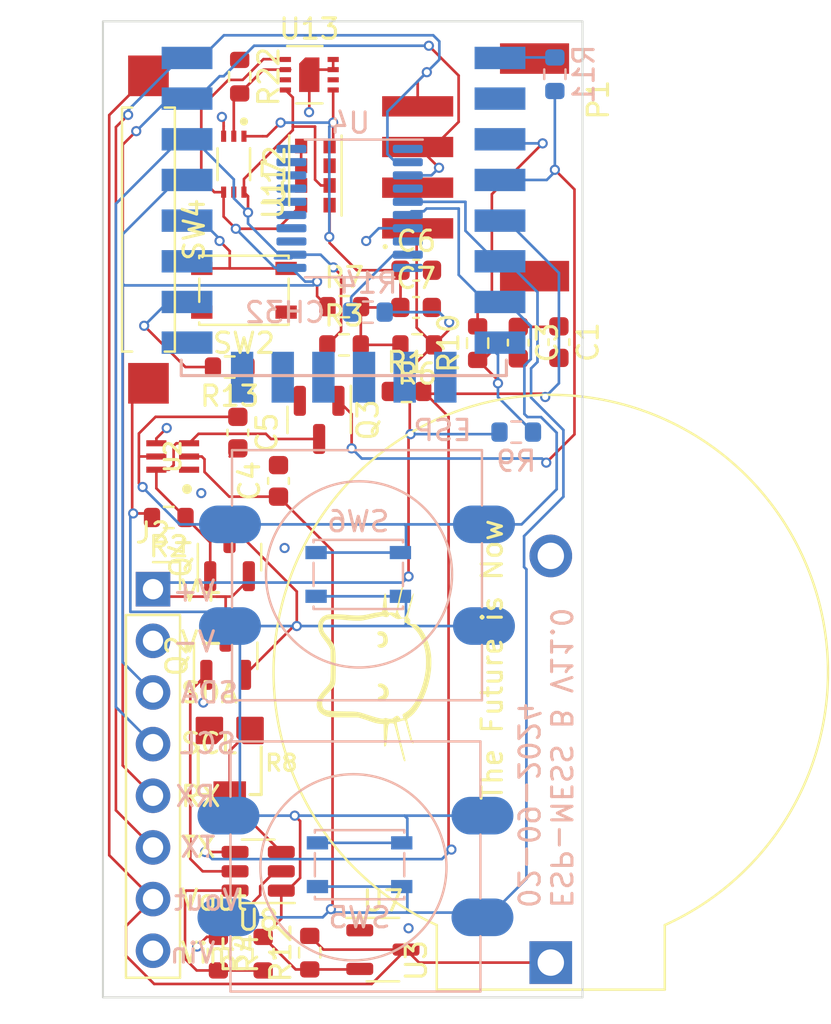
<source format=kicad_pcb>
(kicad_pcb (version 20221018) (generator pcbnew)
  (layers (0 "F.Cu" signal) (31 "B.Cu" signal) (34 "B.Paste" user) (35 "F.Paste" user) (36 "B.SilkS" user "B.Silkscreen") (37 "F.SilkS" user "F.Silkscreen") (38 "B.Mask" user) (39 "F.Mask" user) (44 "Edge.Cuts" user))
  (net 0 "")
  (net 1 "GND")
  (net 2 "DRIVE")
  (net 3 "Net-(U8-EN{slash}ONE_SHOT)")
  (net 4 "+3.3V")
  (net 5 "Net-(Q2-G)")
  (net 6 "DONE")
  (net 7 "Net-(U13-ADDR)")
  (net 9 "Net-(U12-LDR)")
  (net 13 "Net-(U8-DELAY{slash}M_DRV)")
  (net 14 "Net-(U1-VCC)")
  (net 15 "SW-B")
  (net 16 "SW-A")
  (net 17 "Net-(Q2-S)")
  (net 18 "EN")
  (net 19 "Net-(U1-REST)")
  (net 20 "SCL")
  (net 21 "D15")
  (net 22 "Net-(U1-GPIO0)")
  (net 24 "LED2")
  (net 25 "SDA")
  (net 32 "Net-(Q3-C)")
  (net 33 "Vout")
  (net 34 "Vin")
  (net 35 "V-SENS")
  (net 36 "Net-(U4-VDD)")
  (net 38 "TX")
  (net 39 "RX")
  (net 48 "SWIO")
  (footprint "Package_TO_SOT_SMD:SOT-23" (layer "F.Cu") (at 139 91.2 90)
    (fp_text reference "Q2")
    (fp_text value "AO3401A")
  )
  (footprint "EVM3ES:EMV3ESX50B12" (layer "F.Cu") (at 139.2 96.475 180)
    (fp_text reference "R8")
    (fp_text value "EVM3ESX50B12")
  )
  (footprint "Capacitor_SMD:C_0603_1608Metric" (layer "F.Cu") (at 141.6 82.6 90)
    (fp_text reference "C4")
    (fp_text value "C")
  )
  (footprint "2n7002:SOT363" (layer "F.Cu") (at 136.4 81.4 90)
    (fp_text reference "U2")
    (fp_text value "2N7002DW")
  )
  (footprint "Capacitor_SMD:C_0603_1608Metric" (layer "F.Cu") (at 153.4 75.8 -90)
    (fp_text reference "C3")
    (fp_text value "C")
  )
  (footprint "Resistor_SMD:R_0603_1608Metric" (layer "F.Cu") (at 138.64375 105.85 -90)
    (fp_text reference "R4")
    (fp_text value "R")
  )
  (footprint "catIcon.preety:catIcon8x8" (layer "F.Cu") (at 146.282904 91.956458 90)
    (fp_text reference "G***" hide)
    (fp_text value "LOGO" hide)
  )
  (footprint "Package_TO_SOT_SMD:SOT-23-3" (layer "F.Cu") (at 146.7375 105.65)
    (fp_text reference "U7")
    (fp_text value "XC6206PxxxMR")
  )
  (footprint "Resistor_SMD:R_0603_1608Metric" (layer "F.Cu") (at 143.1375 105.8 90)
    (fp_text reference "R12")
    (fp_text value "0K")
  )
  (footprint "Resistor_SMD:R_0603_1608Metric" (layer "F.Cu") (at 147.9 78.2)
    (fp_text reference "R1")
    (fp_text value "R")
  )
  (footprint "Resistor_SMD:R_0603_1608Metric" (layer "F.Cu") (at 144.825 75.91)
    (fp_text reference "R3")
    (fp_text value "R")
  )
  (footprint "Resistor_SMD:R_0603_1608Metric" (layer "F.Cu") (at 148.425 75.91 180)
    (fp_text reference "R6")
    (fp_text value "0K")
  )
  (footprint "Sensor_Humidity:Sensirion_DFN-8-1EP_2.5x2.5mm_P0.5mm_EP1.1x1.7mm" (layer "F.Cu") (at 143.115 62.6245)
    (fp_text reference "U13")
    (fp_text value "SHT31-DIS")
  )
  (footprint "Resistor_SMD:R_0603_1608Metric" (layer "F.Cu") (at 151.4 75.825 90)
    (fp_text reference "R10")
    (fp_text value "R")
  )
  (footprint "Sensor:Avago_APDS-9960" (layer "F.Cu") (at 143.415 67.585 90)
    (fp_text reference "U12")
    (fp_text value "APDS-9960")
  )
  (footprint "Button_Switch_SMD:SW_SPST_REED_CT10-XXXX-G1" (layer "F.Cu") (at 135.2 70.24 90)
    (fp_text reference "SW4")
    (fp_text value "SW_Reed")
  )
  (footprint "Resistor_SMD:R_0603_1608Metric" (layer "F.Cu") (at 136.2 84.4 180)
    (fp_text reference "R2")
    (fp_text value "R")
  )
  (footprint "Capacitor_SMD:C_0603_1608Metric" (layer "F.Cu") (at 155.4 75.775 -90)
    (fp_text reference "C1")
    (fp_text value "C")
  )
  (footprint "Package_TO_SOT_SMD:SOT-23-6" (layer "F.Cu") (at 140.6 101.8 180)
    (fp_text reference "U8")
    (fp_text value "TPL5110")
  )
  (footprint "Capacitor_SMD:C_0603_1608Metric" (layer "F.Cu") (at 139.6 80.225 -90)
    (fp_text reference "C5")
    (fp_text value "C")
  )
  (footprint "Battery:BatteryHolder_ComfortableElectronic_CH273-2450_1x2450" (layer "F.Cu") (at 155 106.289087 90)
    (fp_text reference "U3")
    (fp_text value "CR2450")
  )
  (footprint "Resistor_SMD:R_0603_1608Metric" (layer "F.Cu") (at 139.69 62.72 -90)
    (fp_text reference "R22")
    (fp_text value "0K")
  )
  (footprint "Resistor_SMD:R_0603_1608Metric" (layer "F.Cu") (at 140.84375 105.85 90)
    (fp_text reference "R5")
    (fp_text value "R")
  )
  (footprint "Package_TO_SOT_SMD:SOT-23" (layer "F.Cu") (at 143.6 79.6 -90)
    (fp_text reference "Q3")
    (fp_text value "MMBT5551L")
  )
  (footprint "Capacitor_SMD:C_0603_1608Metric" (layer "F.Cu") (at 148.38 72.24)
    (fp_text reference "C6")
    (fp_text value "C")
  )
  (footprint "Resistor_SMD:R_0603_1608Metric" (layer "F.Cu") (at 139.2 77 180)
    (fp_text reference "R13")
    (fp_text value "R")
  )
  (footprint "BH1750:XDCR_BH1750FVI-TR" (layer "F.Cu") (at 139.4 67.025 -90)
    (fp_text reference "U17")
    (fp_text value "BH1750FVI-TR")
  )
  (footprint "Resistor_SMD:R_0603_1608Metric" (layer "F.Cu") (at 144.84 74.03)
    (fp_text reference "R7")
    (fp_text value "R")
  )
  (footprint "Button_Switch_SMD:SW_SPST_PTS810" (layer "F.Cu") (at 139.9 73.225 180)
    (fp_text reference "SW2")
    (fp_text value "SW_Push")
  )
  (footprint "JST-S4B-PH:JST_S4B-PH-SM4-TB" (layer "F.Cu") (at 148.45 67.18 -90)
    (fp_text reference "P1")
    (fp_text value "S4B-PH-SM4-TB")
  )
  (footprint "Connector_PinSocket_2.54mm:PinSocket_1x08_P2.54mm_Vertical" (layer "F.Cu") (at 135.425 87.925)
    (fp_text reference "J2")
    (fp_text value "Conn_01x08_Socket")
  )
  (footprint "Capacitor_SMD:C_0603_1608Metric" (layer "F.Cu") (at 148.37 74.07)
    (fp_text reference "C7")
    (fp_text value "C")
  )
  (footprint "Package_TO_SOT_SMD:SOT-23" (layer "F.Cu") (at 139.19 86.35 90)
    (fp_text reference "Q4")
    (fp_text value "AO3401A")
  )
  (footprint "Resistor_SMD:R_0603_1608Metric" (layer "B.Cu") (at 155.2 62.6 90)
    (fp_text reference "R11")
    (fp_text value "0K")
  )
  (footprint "A_SensorNode:ESP12_SMD" (layer "B.Cu") (at 152.85 59.2 180)
    (fp_text reference "U1" hide)
    (fp_text value "ESP-12F" hide)
  )
  (footprint "Button_Switch_SMD:SW_SPST_PTS810" (layer "B.Cu") (at 145.59 101.475)
    (fp_text reference "SW5")
    (fp_text value "SW_Push")
  )
  (footprint "Resistor_SMD:R_0603_1608Metric" (layer "B.Cu") (at 153.3 80.2)
    (fp_text reference "R9")
    (fp_text value "0K")
  )
  (footprint "Resistor_SMD:R_0603_1608Metric" (layer "B.Cu") (at 146 74.3 180)
    (fp_text reference "R14")
    (fp_text value "0K")
  )
  (footprint "Package_SO:TSSOP-20_4.4x6.5mm_P0.65mm" (layer "B.Cu") (at 145.1 69.2 180)
    (fp_text reference "U4")
    (fp_text value "CH32V003F4P6")
  )
  (footprint "A_SensorNode:ButtonSwitch12mm_SMD" (layer "B.Cu") (at 137.4125 93.5875)
    (fp_text reference "SW1" hide)
    (fp_text value "SW_Push")
  )
  (footprint "Button_Switch_SMD:SW_SPST_PTS810" (layer "B.Cu") (at 145.525 87.2 180)
    (fp_text reference "SW6")
    (fp_text value "SW_Push")
  )
  (footprint "A_SensorNode:ButtonSwitch12mm_SMD" (layer "B.Cu") (at 153.4375 95.2125 180)
    (fp_text reference "SW3" hide)
    (fp_text value "SW_Push")
  )
  (gr_rect (start 132.96 60) (end 156.56 108) (stroke (width 0.1)) (fill none) (layer "Edge.Cuts"))
  (gr_text "TX" (at 138.588096 101.2) (layer "B.SilkS") (effects (font (size 1 1)) (justify left bottom mirror)))
  (gr_text "RX" (at 138.588096 98.7) (layer "B.SilkS") (effects (font (size 1 1)) (justify left bottom mirror)))
  (gr_text "CH32" (at 144 74.9) (layer "B.SilkS") (effects (font (size 1 1)) (justify left bottom mirror)))
  (gr_text "V+" (at 138.588096 88.6) (layer "B.SilkS") (effects (font (size 1 1)) (justify left bottom mirror)))
  (gr_text "SDA" (at 139.7 93.6) (layer "B.SilkS") (effects (font (size 1 1)) (justify left bottom mirror)))
  (gr_text "ESP-MESS B V11.0\n02-09-2024" (at 153.3 103.7 270) (layer "B.SilkS") (effects (font (size 1 1)) (justify left bottom mirror)))
  (gr_text "V-" (at 138.588096 91.1) (layer "B.SilkS") (effects (font (size 1 1)) (justify left bottom mirror)))
  (gr_text "Vin" (at 138.588096 106.4) (layer "B.SilkS") (effects (font (size 1 1)) (justify left bottom mirror)))
  (gr_text "SCL" (at 139.6 96.1) (layer "B.SilkS") (effects (font (size 1 1)) (justify left bottom mirror)))
  (gr_text "Vout" (at 139.8 103.8) (layer "B.SilkS") (effects (font (size 1 1)) (justify left bottom mirror)))
  (gr_text "ESP" (at 151.2 80.7) (layer "B.SilkS") (effects (font (size 1 1)) (justify left bottom mirror)))
  (gr_text "TX" (at 136.7 101.2) (layer "F.SilkS") (effects (font (size 1 1)) (justify left bottom)))
  (gr_text "SCL" (at 136.7 96.1) (layer "F.SilkS") (effects (font (size 1 1)) (justify left bottom)))
  (gr_text "SDA" (at 136.7 93.6) (layer "F.SilkS") (effects (font (size 1 1)) (justify left bottom)))
  (gr_text "V+" (at 136.7 88.6) (layer "F.SilkS") (effects (font (size 1 1)) (justify left bottom)))
  (gr_text "V-" (at 136.7 91.1) (layer "F.SilkS") (effects (font (size 1 1)) (justify left bottom)))
  (gr_text "Vin" (at 136.7 106.4) (layer "F.SilkS") (effects (font (size 1 1)) (justify left bottom)))
  (gr_text "The Future is Now" (at 152.7 98.4 90) (layer "F.SilkS") (effects (font (size 1 1)) (justify left bottom)))
  (gr_text "RX" (at 136.7 98.7) (layer "F.SilkS") (effects (font (size 1 1)) (justify left bottom)))
  (gr_text "Vout" (at 136.7 103.8) (layer "F.SilkS") (effects (font (size 1 1)) (justify left bottom)))
  (segment (start 143.115 62.6245) (end 143.365 62.3745) (width 0.13) (layer "F.Cu") (net 1))
  (segment (start 138.075 105.025) (end 137.6 105.5) (width 0.13) (layer "F.Cu") (net 1))
  (segment (start 143.105 64.4655) (end 143.115 64.4555) (width 0.13) (layer "F.Cu") (net 1))
  (segment (start 138.9 65.155) (end 138.9 64.785) (width 0.13) (layer "F.Cu") (net 1))
  (segment (start 143.115 64.4555) (end 143.115 62.6245) (width 0.13) (layer "F.Cu") (net 1))
  (segment (start 140.7 102.96875) (end 138.64375 105.025) (width 0.13) (layer "F.Cu") (net 1))
  (segment (start 141.7375 101.8) (end 141.438101 101.8) (width 0.13) (layer "F.Cu") (net 1))
  (segment (start 143.365 62.3745) (end 144.29 62.3745) (width 0.13) (layer "F.Cu") (net 1))
  (segment (start 144.29 61.8745) (end 144.29 62.3745) (width 0.13) (layer "F.Cu") (net 1))
  (segment (start 138.64375 105.025) (end 138.075 105.025) (width 0.13) (layer "F.Cu") (net 1))
  (segment (start 140.7 102.538101) (end 140.7 102.96875) (width 0.13) (layer "F.Cu") (net 1))
  (segment (start 141.438101 101.8) (end 140.7 102.538101) (width 0.13) (layer "F.Cu") (net 1))
  (segment (start 138.9 64.785) (end 138.815 64.7) (width 0.13) (layer "F.Cu") (net 1))
  (segment (start 139.2 81.4) (end 139.6 81) (width 0.13) (layer "F.Cu") (net 1))
  (segment (start 135.59 80.75) (end 135.59 80.51) (width 0.13) (layer "F.Cu") (net 1))
  (segment (start 138.9 65.65) (end 138.9 65.155) (width 0.13) (layer "F.Cu") (net 1))
  (segment (start 135.59 80.51) (end 136.1 80) (width 0.13) (layer "F.Cu") (net 1))
  (via (at 148 104.6) (size 0.5) (drill 0.3) (layers "F.Cu" "B.Cu") (net 1))
  (via (at 138.815 64.7) (size 0.5) (drill 0.3) (layers "F.Cu" "B.Cu") (net 1))
  (via (at 137.9 93.5) (size 0.5) (drill 0.3) (layers "F.Cu" "B.Cu") (net 1))
  (via (at 143.105 64.4655) (size 0.5) (drill 0.3) (layers "F.Cu" "B.Cu") (net 1))
  (via (at 136.1 80) (size 0.5) (drill 0.3) (layers "F.Cu" "B.Cu") (net 1))
  (via (at 137.6 105.5) (size 0.5) (drill 0.3) (layers "F.Cu" "B.Cu") (net 1))
  (via (at 137.8 83.2) (size 0.5) (drill 0.3) (layers "F.Cu" "B.Cu") (net 1))
  (via (at 145.9145 70.8) (size 0.5) (drill 0.3) (layers "F.Cu" "B.Cu") (net 1))
  (via (at 141.9 85.9) (size 0.5) (drill 0.3) (layers "F.Cu" "B.Cu") (net 1))
  (segment (start 146.5395 70.175) (end 147.9625 70.175) (width 0.13) (layer "B.Cu") (net 1))
  (segment (start 145.9145 70.8) (end 146.5395 70.175) (width 0.13) (layer "B.Cu") (net 1))
  (segment (start 154.7755 81.7) (end 156.165 80.3105) (width 0.13) (layer "F.Cu") (net 2))
  (segment (start 156.165 80.3105) (end 156.165 68.265) (width 0.13) (layer "F.Cu") (net 2))
  (segment (start 145.2 81) (end 145.2 79.3125) (width 0.13) (layer "F.Cu") (net 2))
  (segment (start 156.165 68.265) (end 155.2 67.3) (width 0.13) (layer "F.Cu") (net 2))
  (segment (start 145.2 79.3125) (end 144.55 78.6625) (width 0.13) (layer "F.Cu") (net 2))
  (via (at 154.7755 81.7) (size 0.5) (drill 0.3) (layers "F.Cu" "B.Cu") (net 2))
  (via (at 145.2 81) (size 0.5) (drill 0.3) (layers "F.Cu" "B.Cu") (net 2))
  (via (at 155.2 67.3) (size 0.5) (drill 0.3) (layers "F.Cu" "B.Cu") (net 2))
  (segment (start 154.5755 81.5) (end 145.7 81.5) (width 0.13) (layer "B.Cu") (net 2))
  (segment (start 151.8 67.8) (end 154.8 67.8) (width 0.13) (layer "B.Cu") (net 2))
  (segment (start 155.2 63.425) (end 155.2 67.3) (width 0.13) (layer "B.Cu") (net 2))
  (segment (start 154.7755 81.7) (end 154.5755 81.5) (width 0.13) (layer "B.Cu") (net 2))
  (segment (start 155.2 67.3) (end 155.2 67.4) (width 0.13) (layer "B.Cu") (net 2))
  (segment (start 145.7 81.5) (end 145.2 81) (width 0.13) (layer "B.Cu") (net 2))
  (segment (start 154.8 67.8) (end 155.2 67.4) (width 0.13) (layer "B.Cu") (net 2))
  (segment (start 137 106.1) (end 137 102.8) (width 0.13) (layer "F.Cu") (net 3))
  (segment (start 137 102.8) (end 137.05 102.75) (width 0.13) (layer "F.Cu") (net 3))
  (segment (start 137.575 106.675) (end 137 106.1) (width 0.13) (layer "F.Cu") (net 3))
  (segment (start 137.05 102.75) (end 139.4625 102.75) (width 0.13) (layer "F.Cu") (net 3))
  (segment (start 138.64375 106.675) (end 140.84375 106.675) (width 0.13) (layer "F.Cu") (net 3))
  (segment (start 138.64375 106.675) (end 137.575 106.675) (width 0.13) (layer "F.Cu") (net 3))
  (segment (start 140.14 87.46) (end 139.31 88.29) (width 0.13) (layer "F.Cu") (net 4))
  (segment (start 138.561899 88.29) (end 135.79 88.29) (width 0.13) (layer "F.Cu") (net 4))
  (segment (start 140.14 87.2875) (end 140.14 87.46) (width 0.13) (layer "F.Cu") (net 4))
  (segment (start 148.4 70.61) (end 148.83 70.18) (width 0.13) (layer "F.Cu") (net 4))
  (segment (start 148.06 80.26) (end 148.1 80.3) (width 0.13) (layer "F.Cu") (net 4))
  (segment (start 139.31 88.29) (end 138.561899 88.29) (width 0.13) (layer "F.Cu") (net 4))
  (segment (start 148 80.4) (end 148 87.3) (width 0.13) (layer "F.Cu") (net 4))
  (segment (start 149.25 75.91) (end 148.06 77.1) (width 0.13) (layer "F.Cu") (net 4))
  (segment (start 139 88.29) (end 138.561899 88.29) (width 0.13) (layer "F.Cu") (net 4))
  (segment (start 148.1 80.3) (end 148 80.4) (width 0.13) (layer "F.Cu") (net 4))
  (segment (start 148.4 75.06) (end 148.4 70.61) (width 0.13) (layer "F.Cu") (net 4))
  (segment (start 139 90.2625) (end 139 88.29) (width 0.13) (layer "F.Cu") (net 4))
  (segment (start 150 74.8) (end 150 75.16) (width 0.13) (layer "F.Cu") (net 4))
  (segment (start 135.79 88.29) (end 135.425 87.925) (width 0.13) (layer "F.Cu") (net 4))
  (segment (start 149.25 75.91) (end 148.4 75.06) (width 0.13) (layer "F.Cu") (net 4))
  (segment (start 150 75.16) (end 149.25 75.91) (width 0.13) (layer "F.Cu") (net 4))
  (segment (start 148.06 77.1) (end 148.06 80.26) (width 0.13) (layer "F.Cu") (net 4))
  (via (at 148.1 80.3) (size 0.5) (drill 0.3) (layers "F.Cu" "B.Cu") (net 4))
  (via (at 150 74.8) (size 0.5) (drill 0.3) (layers "F.Cu" "B.Cu") (net 4))
  (via (at 148 87.3) (size 0.5) (drill 0.3) (layers "F.Cu" "B.Cu") (net 4))
  (segment (start 150 74.8) (end 149.5 74.3) (width 0.13) (layer "B.Cu") (net 4))
  (segment (start 147.7 87.6) (end 135.75 87.6) (width 0.13) (layer "B.Cu") (net 4))
  (segment (start 152.375 80.3) (end 152.475 80.2) (width 0.13) (layer "B.Cu") (net 4))
  (segment (start 149.5 74.3) (end 146.825 74.3) (width 0.13) (layer "B.Cu") (net 4))
  (segment (start 135.75 87.6) (end 135.425 87.925) (width 0.13) (layer "B.Cu") (net 4))
  (segment (start 148 87.3) (end 147.7 87.6) (width 0.13) (layer "B.Cu") (net 4))
  (segment (start 148.1 80.3) (end 152.375 80.3) (width 0.13) (layer "B.Cu") (net 4))
  (segment (start 137.2588 101.1888) (end 137.87 101.8) (width 0.13) (layer "F.Cu") (net 5))
  (segment (start 137.2588 92.9287) (end 137.2588 101.1888) (width 0.13) (layer "F.Cu") (net 5))
  (segment (start 137.87 101.8) (end 139.4625 101.8) (width 0.13) (layer "F.Cu") (net 5))
  (segment (start 138.05 92.1375) (end 137.2588 92.9287) (width 0.13) (layer "F.Cu") (net 5))
  (segment (start 154.725956 78.474044) (end 154.566912 78.315) (width 0.13) (layer "F.Cu") (net 6))
  (segment (start 150.11 100.73) (end 149.97 100.59) (width 0.13) (layer "F.Cu") (net 6))
  (segment (start 149.97 100.59) (end 149.97 79.445) (width 0.13) (layer "F.Cu") (net 6))
  (segment (start 154.566912 78.315) (end 148.84 78.315) (width 0.13) (layer "F.Cu") (net 6))
  (segment (start 139.4625 100.85) (end 137.99 100.85) (width 0.13) (layer "F.Cu") (net 6))
  (segment (start 148.84 78.315) (end 148.725 78.2) (width 0.13) (layer "F.Cu") (net 6))
  (segment (start 149.97 79.445) (end 148.725 78.2) (width 0.13) (layer "F.Cu") (net 6))
  (via (at 150.11 100.73) (size 0.5) (drill 0.3) (layers "F.Cu" "B.Cu") (net 6))
  (via (at 154.725956 78.474044) (size 0.5) (drill 0.3) (layers "F.Cu" "B.Cu") (net 6))
  (via (at 137.99 100.85) (size 0.5) (drill 0.3) (layers "F.Cu" "B.Cu") (net 6))
  (segment (start 155.4 72.37) (end 152.83 69.8) (width 0.13) (layer "B.Cu") (net 6))
  (segment (start 150.11 100.73) (end 149.64 101.2) (width 0.13) (layer "B.Cu") (net 6))
  (segment (start 154.725956 78.474044) (end 155.4 77.8) (width 0.13) (layer "B.Cu") (net 6))
  (segment (start 138.34 101.2) (end 137.99 100.85) (width 0.13) (layer "B.Cu") (net 6))
  (segment (start 152.83 69.8) (end 151.8 69.8) (width 0.13) (layer "B.Cu") (net 6))
  (segment (start 155.4 77.8) (end 155.4 72.37) (width 0.13) (layer "B.Cu") (net 6))
  (segment (start 149.64 101.2) (end 138.34 101.2) (width 0.13) (layer "B.Cu") (net 6))
  (segment (start 140.8605 62.3745) (end 142.175 62.3745) (width 0.13) (layer "F.Cu") (net 7))
  (segment (start 139.4 65.65) (end 139.4 63.625) (width 0.13) (layer "F.Cu") (net 7))
  (segment (start 139.69 63.545) (end 140.8605 62.3745) (width 0.13) (layer "F.Cu") (net 7))
  (segment (start 142.715 67.1) (end 142.715 66.13) (width 0.13) (layer "F.Cu") (net 9))
  (segment (start 139.2 98.125) (end 139.2 95.875) (width 0.13) (layer "F.Cu") (net 13))
  (segment (start 139.2 95.875) (end 139.2375 95.8375) (width 0.13) (layer "F.Cu") (net 13))
  (segment (start 139.2375 95.8375) (end 140.2 94.875) (width 0.13) (layer "F.Cu") (net 13))
  (segment (start 139.2 98.125) (end 139.2 98.3125) (width 0.13) (layer "F.Cu") (net 13))
  (segment (start 139.2162 95.8162) (end 139.2375 95.8375) (width 0.13) (layer "F.Cu") (net 13))
  (segment (start 139.2 98.3125) (end 141.7375 100.85) (width 0.13) (layer "F.Cu") (net 13))
  (segment (start 151.4 76.65) (end 152.4 77.65) (width 0.13) (layer "F.Cu") (net 14))
  (segment (start 152.4 77.65) (end 152.4 77.8) (width 0.13) (layer "F.Cu") (net 14))
  (segment (start 153.4 75.025) (end 155.375 75.025) (width 0.13) (layer "F.Cu") (net 14))
  (segment (start 151.75 76.575) (end 153.3 75.025) (width 0.13) (layer "F.Cu") (net 14))
  (segment (start 155.275 75.025) (end 155.3 75) (width 0.13) (layer "F.Cu") (net 14))
  (segment (start 151.1 76.575) (end 151.75 76.575) (width 0.13) (layer "F.Cu") (net 14))
  (segment (start 155.375 75.025) (end 155.4 75) (width 0.13) (layer "F.Cu") (net 14))
  (via (at 152.4 77.8) (size 0.5) (drill 0.3) (layers "F.Cu" "B.Cu") (net 14))
  (segment (start 152.4 77.8) (end 152.4 78.475) (width 0.13) (layer "B.Cu") (net 14))
  (segment (start 152.4 78.475) (end 154.125 80.2) (width 0.13) (layer "B.Cu") (net 14))
  (segment (start 152.4 76.4) (end 151.8 75.8) (width 0.13) (layer "B.Cu") (net 14))
  (segment (start 152.4 77.8) (end 152.4 76.4) (width 0.13) (layer "B.Cu") (net 14))
  (segment (start 141.6 83.375) (end 139.175 83.375) (width 0.13) (layer "F.Cu") (net 15))
  (segment (start 137.96 82.16) (end 137.96 81.535) (width 0.13) (layer "F.Cu") (net 15))
  (segment (start 139.175 83.375) (end 137.96 82.16) (width 0.13) (layer "F.Cu") (net 15))
  (segment (start 144.26 86.035) (end 141.6 83.375) (width 0.13) (layer "F.Cu") (net 15))
  (segment (start 137.825 81.4) (end 137.2 81.4) (width 0.13) (layer "F.Cu") (net 15))
  (segment (start 144.26 103.58) (end 144.26 86.035) (width 0.13) (layer "F.Cu") (net 15))
  (segment (start 137.96 81.535) (end 137.825 81.4) (width 0.13) (layer "F.Cu") (net 15))
  (via (at 144.18 103.66) (size 0.5) (drill 0.3) (layers "F.Cu" "B.Cu") (net 15))
  (segment (start 153.685 86.833778) (end 153.8 86.948778) (width 0.13) (layer "B.Cu") (net 15))
  (segment (start 147.94 103.77) (end 148 103.83) (width 0.13) (layer "B.Cu") (net 15))
  (segment (start 143.7775 104.0625) (end 139.2125 104.0625) (width 0.13) (layer "B.Cu") (net 15))
  (segment (start 155.62 80.095701) (end 155.619999 83.380001) (width 0.13) (layer "B.Cu") (net 15))
  (segment (start 139.075 104.4) (end 139.4125 104.0625) (width 0.13) (layer "B.Cu") (net 15))
  (segment (start 151.48 103.83) (end 151.7125 104.0625) (width 0.13) (layer "B.Cu") (net 15))
  (segment (start 150.8 70.3) (end 151.8 71.3) (width 0.13) (layer "B.Cu") (net 15))
  (segment (start 154.344999 76.751691) (end 154.03 77.06669) (width 0.13) (layer "B.Cu") (net 15))
  (segment (start 147.94 102.55) (end 147.94 103.77) (width 0.13) (layer "B.Cu") (net 15))
  (segment (start 150.8 68.875) (end 150.8 70.3) (width 0.13) (layer "B.Cu") (net 15))
  (segment (start 153.8 102.175) (end 151.9125 104.0625) (width 0.13) (layer "B.Cu") (net 15))
  (segment (start 154.03 78.505701) (end 155.62 80.095701) (width 0.13) (layer "B.Cu") (net 15))
  (segment (start 147.9625 68.875) (end 150.8 68.875) (width 0.13) (layer "B.Cu") (net 15))
  (segment (start 154.344999 73.314999) (end 154.344999 76.751691) (width 0.13) (layer "B.Cu") (net 15))
  (segment (start 153.685 85.315) (end 153.685 86.833778) (width 0.13) (layer "B.Cu") (net 15))
  (segment (start 148 103.83) (end 151.48 103.83) (width 0.13) (layer "B.Cu") (net 15))
  (segment (start 144.18 103.66) (end 144.35 103.83) (width 0.13) (layer "B.Cu") (net 15))
  (segment (start 144.18 103.66) (end 143.7775 104.0625) (width 0.13) (layer "B.Cu") (net 15))
  (segment (start 155.619999 83.380001) (end 153.685 85.315) (width 0.13) (layer "B.Cu") (net 15))
  (segment (start 153.8 86.948778) (end 153.8 102.175) (width 0.13) (layer "B.Cu") (net 15))
  (segment (start 143.79 102.55) (end 147.94 102.55) (width 0.13) (layer "B.Cu") (net 15))
  (segment (start 151.8 71.3) (end 151.8 71.8) (width 0.13) (layer "B.Cu") (net 15))
  (segment (start 151.8 71.8) (end 152.83 71.8) (width 0.13) (layer "B.Cu") (net 15))
  (segment (start 154.03 77.06669) (end 154.03 78.505701) (width 0.13) (layer "B.Cu") (net 15))
  (segment (start 144.35 103.83) (end 148 103.83) (width 0.13) (layer "B.Cu") (net 15))
  (segment (start 152.83 71.8) (end 154.344999 73.314999) (width 0.13) (layer "B.Cu") (net 15))
  (segment (start 134.73 81.4) (end 135.59 81.4) (width 0.13) (layer "F.Cu") (net 16))
  (segment (start 139.6 79.45) (end 135.55 79.45) (width 0.13) (layer "F.Cu") (net 16))
  (segment (start 134.73 82.7155) (end 134.73 81.365) (width 0.13) (layer "F.Cu") (net 16))
  (segment (start 134.9145 82.9) (end 134.73 82.7155) (width 0.13) (layer "F.Cu") (net 16))
  (segment (start 135.55 79.45) (end 134.73 80.27) (width 0.13) (layer "F.Cu") (net 16))
  (segment (start 134.73 80.27) (end 134.73 81.365) (width 0.13) (layer "F.Cu") (net 16))
  (via (at 134.9145 82.9) (size 0.5) (drill 0.3) (layers "F.Cu" "B.Cu") (net 16))
  (segment (start 134.9145 82.9) (end 134.9145 82.9145) (width 0.13) (layer "B.Cu") (net 16))
  (segment (start 155.29 83.01) (end 153.5625 84.7375) (width 0.13) (layer "B.Cu") (net 16))
  (segment (start 143.725 86.125) (end 147.875 86.125) (width 0.13) (layer "B.Cu") (net 16))
  (segment (start 147.8 84.7375) (end 139.4875 84.7375) (width 0.13) (layer "B.Cu") (net 16))
  (segment (start 154.015 74.985) (end 154.015 76.615) (width 0.13) (layer "B.Cu") (net 16))
  (segment (start 147.875 86.125) (end 147.875 84.8125) (width 0.13) (layer "B.Cu") (net 16))
  (segment (start 148.751188 69.34) (end 148.886188 69.205) (width 0.13) (layer "B.Cu") (net 16))
  (segment (start 150.47 69.205) (end 150.47 72.47) (width 0.13) (layer "B.Cu") (net 16))
  (segment (start 151.8 73.8) (end 152.83 73.8) (width 0.13) (layer "B.Cu") (net 16))
  (segment (start 151.9875 84.7375) (end 147.8 84.7375) (width 0.13) (layer "B.Cu") (net 16))
  (segment (start 155.29 80.232391) (end 155.29 83.01) (width 0.13) (layer "B.Cu") (net 16))
  (segment (start 154.517609 79.46) (end 155.29 80.232391) (width 0.13) (layer "B.Cu") (net 16))
  (segment (start 136.7375 84.7375) (end 139.4875 84.7375) (width 0.13) (layer "B.Cu") (net 16))
  (segment (start 148.1475 69.34) (end 148.751188 69.34) (width 0.13) (layer "B.Cu") (net 16))
  (segment (start 153.85169 79.46) (end 154.517609 79.46) (width 0.13) (layer "B.Cu") (net 16))
  (segment (start 148.886188 69.205) (end 150.47 69.205) (width 0.13) (layer "B.Cu") (net 16))
  (segment (start 134.9145 82.9145) (end 136.7375 84.7375) (width 0.13) (layer "B.Cu") (net 16))
  (segment (start 153.7 79.30831) (end 153.85169 79.46) (width 0.13) (layer "B.Cu") (net 16))
  (segment (start 152.83 73.8) (end 154.015 74.985) (width 0.13) (layer "B.Cu") (net 16))
  (segment (start 147.9625 69.525) (end 148.1475 69.34) (width 0.13) (layer "B.Cu") (net 16))
  (segment (start 150.47 72.47) (end 151.8 73.8) (width 0.13) (layer "B.Cu") (net 16))
  (segment (start 147.875 84.8125) (end 147.8 84.7375) (width 0.13) (layer "B.Cu") (net 16))
  (segment (start 153.7 76.93) (end 153.7 79.30831) (width 0.13) (layer "B.Cu") (net 16))
  (segment (start 154.015 76.615) (end 153.7 76.93) (width 0.13) (layer "B.Cu") (net 16))
  (segment (start 153.5625 84.7375) (end 151.9875 84.7375) (width 0.13) (layer "B.Cu") (net 16))
  (segment (start 142.665 102.121899) (end 142.665 99.3275) (width 0.13) (layer "F.Cu") (net 17))
  (segment (start 141.7375 104.13125) (end 140.84375 105.025) (width 0.13) (layer "F.Cu") (net 17))
  (segment (start 135.175 84.2) (end 135.375 84.4) (width 0.13) (layer "F.Cu") (net 17))
  (segment (start 134.4 78.6) (end 134.4 84.2) (width 0.13) (layer "F.Cu") (net 17))
  (segment (start 142.5 88.04) (end 139.8725 85.4125) (width 0.13) (layer "F.Cu") (net 17))
  (segment (start 135.2 77.8) (end 134.4 78.6) (width 0.13) (layer "F.Cu") (net 17))
  (segment (start 142.5 89.7375) (end 142.5 88.04) (width 0.13) (layer "F.Cu") (net 17))
  (segment (start 143.1375 106.625) (end 145.575 106.625) (width 0.13) (layer "F.Cu") (net 17))
  (segment (start 141.7375 102.75) (end 141.7375 104.13125) (width 0.13) (layer "F.Cu") (net 17))
  (segment (start 143.1375 106.625) (end 142.44375 106.625) (width 0.13) (layer "F.Cu") (net 17))
  (segment (start 142.44375 106.625) (end 140.84375 105.025) (width 0.13) (layer "F.Cu") (net 17))
  (segment (start 145.575 106.625) (end 145.6 106.6) (width 0.13) (layer "F.Cu") (net 17))
  (segment (start 134.4 84.2) (end 135.175 84.2) (width 0.13) (layer "F.Cu") (net 17))
  (segment (start 142.35 89.7375) (end 139.95 92.1375) (width 0.13) (layer "F.Cu") (net 17))
  (segment (start 142.036899 102.75) (end 142.665 102.121899) (width 0.13) (layer "F.Cu") (net 17))
  (segment (start 141.7375 102.75) (end 142.036899 102.75) (width 0.13) (layer "F.Cu") (net 17))
  (segment (start 142.665 99.3275) (end 142.4 99.0625) (width 0.13) (layer "F.Cu") (net 17))
  (segment (start 142.5 89.7375) (end 142.35 89.7375) (width 0.13) (layer "F.Cu") (net 17))
  (segment (start 139.8725 85.4125) (end 139.19 85.4125) (width 0.13) (layer "F.Cu") (net 17))
  (via (at 142.4 99.0625) (size 0.5) (drill 0.3) (layers "F.Cu" "B.Cu") (net 17))
  (via (at 142.5 89.7375) (size 0.5) (drill 0.3) (layers "F.Cu" "B.Cu") (net 17))
  (via (at 134.4495 84.2) (size 0.5) (drill 0.3) (layers "F.Cu" "B.Cu") (net 17))
  (segment (start 134.31 84.3395) (end 134.4495 84.2) (width 0.13) (layer "B.Cu") (net 17))
  (segment (start 134.31 89.04) (end 134.31 84.3395) (width 0.13) (layer "B.Cu") (net 17))
  (segment (start 147.8 99.0625) (end 151.7125 99.0625) (width 0.13) (layer "B.Cu") (net 17))
  (segment (start 151.9875 89.7375) (end 147.8 89.7375) (width 0.13) (layer "B.Cu") (net 17))
  (segment (start 143.79 100.4) (end 143.7375 100.4) (width 0.13) (layer "B.Cu") (net 17))
  (segment (start 139.7 99.2) (end 139.7 90) (width 0.13) (layer "B.Cu") (net 17))
  (segment (start 143.725 88.275) (end 147.875 88.275) (width 0.13) (layer "B.Cu") (net 17))
  (segment (start 147.94 100.4) (end 143.79 100.4) (width 0.13) (layer "B.Cu") (net 17))
  (segment (start 139.2125 99.0625) (end 142.4 99.0625) (width 0.13) (layer "B.Cu") (net 17))
  (segment (start 147.94 99.2025) (end 147.8 99.0625) (width 0.13) (layer "B.Cu") (net 17))
  (segment (start 147.875 89.6625) (end 147.8 89.7375) (width 0.13) (layer "B.Cu") (net 17))
  (segment (start 147.875 88.275) (end 147.875 89.6625) (width 0.13) (layer "B.Cu") (net 17))
  (segment (start 147.94 100.4) (end 147.94 99.2025) (width 0.13) (layer "B.Cu") (net 17))
  (segment (start 142.4 99.0625) (end 147.8 99.0625) (width 0.13) (layer "B.Cu") (net 17))
  (segment (start 138.79 89.04) (end 134.31 89.04) (width 0.13) (layer "B.Cu") (net 17))
  (segment (start 147.8 89.7375) (end 139.4875 89.7375) (width 0.13) (layer "B.Cu") (net 17))
  (segment (start 139.4875 89.7375) (end 138.79 89.04) (width 0.13) (layer "B.Cu") (net 17))
  (segment (start 151.4 74.1) (end 152.1 73.4) (width 0.13) (layer "F.Cu") (net 18))
  (segment (start 152.1 73.4) (end 152.1 68.5) (width 0.13) (layer "F.Cu") (net 18))
  (segment (start 151.4 75) (end 151.4 74.1) (width 0.13) (layer "F.Cu") (net 18))
  (segment (start 152.1 68.5) (end 154.6 66) (width 0.13) (layer "F.Cu") (net 18))
  (via (at 154.6 66) (size 0.5) (drill 0.3) (layers "F.Cu" "B.Cu") (net 18))
  (segment (start 152 66) (end 151.8 65.8) (width 0.13) (layer "B.Cu") (net 18))
  (segment (start 154.6 66) (end 152 66) (width 0.13) (layer "B.Cu") (net 18))
  (segment (start 151.825 61.775) (end 151.8 61.8) (width 0.13) (layer "B.Cu") (net 19))
  (segment (start 155.2 61.775) (end 151.825 61.775) (width 0.13) (layer "B.Cu") (net 19))
  (segment (start 140.1 68.6) (end 139.9 68.4) (width 0.13) (layer "F.Cu") (net 20))
  (segment (start 142.305 65.1745) (end 142.305 63.7395) (width 0.13) (layer "F.Cu") (net 20))
  (segment (start 144.3 72.1) (end 144.68 72.48) (width 0.13) (layer "F.Cu") (net 20))
  (segment (start 140.19 67.465) (end 142.305 65.35) (width 0.13) (layer "F.Cu") (net 20))
  (segment (start 142.305 65.35) (end 142.305 65.1745) (width 0.13) (layer "F.Cu") (net 20))
  (segment (start 143.4 65.1745) (end 142.305 65.1745) (width 0.13) (layer "F.Cu") (net 20))
  (segment (start 142.305 63.7395) (end 141.94 63.3745) (width 0.13) (layer "F.Cu") (net 20))
  (segment (start 140.1 69.4) (end 140.1 68.6) (width 0.13) (layer "F.Cu") (net 20))
  (segment (start 143.685 68.07) (end 143.4 67.785) (width 0.13) (layer "F.Cu") (net 20))
  (segment (start 139.9 68.4) (end 139.9 67.755) (width 0.13) (layer "F.Cu") (net 20))
  (segment (start 143.4 67.785) (end 143.4 65.1745) (width 0.13) (layer "F.Cu") (net 20))
  (segment (start 139.9 67.755) (end 140.19 67.465) (width 0.13) (layer "F.Cu") (net 20))
  (segment (start 144.115 68.07) (end 143.685 68.07) (width 0.13) (layer "F.Cu") (net 20))
  (segment (start 144.68 75.23) (end 144 75.91) (width 0.13) (layer "F.Cu") (net 20))
  (segment (start 144.68 72.48) (end 144.68 75.23) (width 0.13) (layer "F.Cu") (net 20))
  (via (at 140.1 69.4) (size 0.5) (drill 0.3) (layers "F.Cu" "B.Cu") (net 20))
  (via (at 144.3 72.1) (size 0.5) (drill 0.3) (layers "F.Cu" "B.Cu") (net 20))
  (segment (start 143.675 71.475) (end 142.2375 71.475) (width 0.13) (layer "B.Cu") (net 20))
  (segment (start 141.425 71.65) (end 142.2375 71.65) (width 0.13) (layer "B.Cu") (net 20))
  (segment (start 137.43 65.8) (end 136.915 65.8) (width 0.13) (layer "B.Cu") (net 20))
  (segment (start 140.1 69.4) (end 139.4 68.7) (width 0.13) (layer "B.Cu") (net 20))
  (segment (start 133.6 68.97) (end 133.6 93.72) (width 0.13) (layer "B.Cu") (net 20))
  (segment (start 136.77 65.8) (end 133.6 68.97) (width 0.13) (layer "B.Cu") (net 20))
  (segment (start 139.4 67.77) (end 137.43 65.8) (width 0.13) (layer "B.Cu") (net 20))
  (segment (start 139.4 68.7) (end 139.4 67.77) (width 0.13) (layer "B.Cu") (net 20))
  (segment (start 140.1 69.941188) (end 141.633812 71.475) (width 0.13) (layer "B.Cu") (net 20))
  (segment (start 141.633812 71.475) (end 142.2375 71.475) (width 0.13) (layer "B.Cu") (net 20))
  (segment (start 144.3 72.1) (end 143.675 71.475) (width 0.13) (layer "B.Cu") (net 20))
  (segment (start 133.6 93.72) (end 135.425 95.545) (width 0.13) (layer "B.Cu") (net 20))
  (segment (start 140.1 69.4) (end 140.1 69.941188) (width 0.13) (layer "B.Cu") (net 20))
  (segment (start 137.02 77) (end 138.375 77) (width 0.13) (layer "F.Cu") (net 21))
  (segment (start 134.99 74.97) (end 137.02 77) (width 0.13) (layer "F.Cu") (net 21))
  (via (at 134.99 74.97) (size 0.5) (drill 0.3) (layers "F.Cu" "B.Cu") (net 21))
  (segment (start 136.16 73.8) (end 137.8 73.8) (width 0.13) (layer "B.Cu") (net 21))
  (segment (start 134.99 74.97) (end 136.16 73.8) (width 0.13) (layer "B.Cu") (net 21))
  (segment (start 138.7 70.8) (end 139.2 71.3) (width 0.13) (layer "F.Cu") (net 22))
  (segment (start 141.975 72.15) (end 139.2 72.15) (width 0.13) (layer "F.Cu") (net 22))
  (segment (start 139.2 72.15) (end 137.825 72.15) (width 0.13) (layer "F.Cu") (net 22))
  (segment (start 139.2 71.3) (end 139.2 72.15) (width 0.13) (layer "F.Cu") (net 22))
  (via (at 138.7 70.8) (size 0.5) (drill 0.3) (layers "F.Cu" "B.Cu") (net 22))
  (segment (start 138.7 70.7) (end 137.8 69.8) (width 0.13) (layer "B.Cu") (net 22))
  (segment (start 138.9 69.6) (end 138.9 68.4) (width 0.13) (layer "F.Cu") (net 25))
  (segment (start 141.555 70.2) (end 142.715 69.04) (width 0.13) (layer "F.Cu") (net 25))
  (segment (start 138.9 68.4) (end 138.445 68.4) (width 0.13) (layer "F.Cu") (net 25))
  (segment (start 138.445 68.4) (end 137.8 67.755) (width 0.13) (layer "F.Cu") (net 25))
  (segment (start 140.857609 61.86) (end 141.415 61.86) (width 0.13) (layer "F.Cu") (net 25))
  (segment (start 137.8 64.215) (end 139.135 62.88) (width 0.13) (layer "F.Cu") (net 25))
  (segment (start 139.837609 62.88) (end 140.857609 61.86) (width 0.13) (layer "F.Cu") (net 25))
  (segment (start 137.8 67.755) (end 137.8 64.215) (width 0.13) (layer "F.Cu") (net 25))
  (segment (start 141.9255 61.86) (end 141.94 61.8745) (width 0.13) (layer "F.Cu") (net 25))
  (segment (start 139.135 62.88) (end 139.837609 62.88) (width 0.13) (layer "F.Cu") (net 25))
  (segment (start 139.19 69.89) (end 138.9 69.6) (width 0.13) (layer "F.Cu") (net 25))
  (segment (start 143.5 72.8) (end 143.5 73.515) (width 0.13) (layer "F.Cu") (net 25))
  (segment (start 139.5 70.2) (end 139.19 69.89) (width 0.13) (layer "F.Cu") (net 25))
  (segment (start 143.5 73.515) (end 144.015 74.03) (width 0.13) (layer "F.Cu") (net 25))
  (segment (start 139.5 70.2) (end 141.555 70.2) (width 0.13) (layer "F.Cu") (net 25))
  (segment (start 141.18 61.86) (end 141.9255 61.86) (width 0.13) (layer "F.Cu") (net 25))
  (via (at 143.5 72.8) (size 0.5) (drill 0.3) (layers "F.Cu" "B.Cu") (net 25))
  (via (at 139.5 70.2) (size 0.5) (drill 0.3) (layers "F.Cu" "B.Cu") (net 25))
  (segment (start 141.425 72.125) (end 142.2375 72.125) (width 0.13) (layer "B.Cu") (net 25))
  (segment (start 143.315 72.985) (end 134.015 72.985) (width 0.13) (layer "B.Cu") (net 25))
  (segment (start 134.015 72.985) (end 133.93 72.9) (width 0.13) (layer "B.Cu") (net 25))
  (segment (start 133.93 72.9) (end 133.93 91.51) (width 0.13) (layer "B.Cu") (net 25))
  (segment (start 133.93 91.51) (end 135.425 93.005) (width 0.13) (layer "B.Cu") (net 25))
  (segment (start 136.6 67.8) (end 133.93 70.47) (width 0.13) (layer "B.Cu") (net 25))
  (segment (start 143.5 72.8) (end 143.315 72.985) (width 0.13) (layer "B.Cu") (net 25))
  (segment (start 142.9125 72.8) (end 142.2375 72.125) (width 0.13) (layer "B.Cu") (net 25))
  (segment (start 139.5 70.2) (end 141.425 72.125) (width 0.13) (layer "B.Cu") (net 25))
  (segment (start 133.93 70.47) (end 133.93 72.9) (width 0.13) (layer "B.Cu") (net 25))
  (segment (start 143.5 72.8) (end 142.9125 72.8) (width 0.13) (layer "B.Cu") (net 25))
  (segment (start 136.44 80.885) (end 136.575 80.75) (width 0.13) (layer "F.Cu") (net 32))
  (segment (start 137.665 80.285) (end 140.977965 80.285) (width 0.13) (layer "F.Cu") (net 32))
  (segment (start 135.59 82.05) (end 136.215 82.05) (width 0.13) (layer "F.Cu") (net 32))
  (segment (start 138.0625 87.2875) (end 138.24 87.2875) (width 0.13) (layer "F.Cu") (net 32))
  (segment (start 140.977965 80.285) (end 141.230465 80.5375) (width 0.13) (layer "F.Cu") (net 32))
  (segment (start 136.575 80.75) (end 137.2 80.75) (width 0.13) (layer "F.Cu") (net 32))
  (segment (start 143.6 80.5375) (end 141.230465 80.5375) (width 0.13) (layer "F.Cu") (net 32))
  (segment (start 138.24 85.615) (end 137.025 84.4) (width 0.13) (layer "F.Cu") (net 32))
  (segment (start 136.44 81.825) (end 136.44 80.885) (width 0.13) (layer "F.Cu") (net 32))
  (segment (start 138.24 87.2875) (end 138.24 85.615) (width 0.13) (layer "F.Cu") (net 32))
  (segment (start 135.59 82.965) (end 135.59 82.05) (width 0.13) (layer "F.Cu") (net 32))
  (segment (start 137.025 84.4) (end 135.59 82.965) (width 0.13) (layer "F.Cu") (net 32))
  (segment (start 136.215 82.05) (end 136.44 81.825) (width 0.13) (layer "F.Cu") (net 32))
  (segment (start 137.2 80.75) (end 137.665 80.285) (width 0.13) (layer "F.Cu") (net 32))
  (segment (start 148.514087 106.289087) (end 155 106.289087) (width 0.13) (layer "F.Cu") (net 33))
  (segment (start 147.875 105.65) (end 146.185 107.34) (width 0.13) (layer "F.Cu") (net 33))
  (segment (start 134.1 104.49) (end 135.425 103.165) (width 0.13) (layer "F.Cu") (net 33))
  (segment (start 133.27 64.61) (end 133.27 101.01) (width 0.13) (layer "F.Cu") (net 33))
  (segment (start 143.1375 104.975) (end 143.8125 105.65) (width 0.13) (layer "F.Cu") (net 33))
  (segment (start 147.875 105.65) (end 148.514087 106.289087) (width 0.13) (layer "F.Cu") (net 33))
  (segment (start 133.27 101.01) (end 135.425 103.165) (width 0.13) (layer "F.Cu") (net 33))
  (segment (start 135.483151 107.34) (end 134.1 105.956849) (width 0.13) (layer "F.Cu") (net 33))
  (segment (start 135.2 62.68) (end 133.27 64.61) (width 0.13) (layer "F.Cu") (net 33))
  (segment (start 146.185 107.34) (end 135.483151 107.34) (width 0.13) (layer "F.Cu") (net 33))
  (segment (start 134.1 105.956849) (end 134.1 104.49) (width 0.13) (layer "F.Cu") (net 33))
  (segment (start 143.8125 105.65) (end 147.875 105.65) (width 0.13) (layer "F.Cu") (net 33))
  (segment (start 145.705 74.07) (end 145.665 74.03) (width 0.13) (layer "F.Cu") (net 35))
  (segment (start 140.825 65.65) (end 139.9 65.65) (width 0.13) (layer "F.Cu") (net 35))
  (segment (start 144.29 64.98) (end 144.29 65.955) (width 0.13) (layer "F.Cu") (net 35))
  (segment (start 145.455 72.24) (end 147.605 72.24) (width 0.13) (layer "F.Cu") (net 35))
  (segment (start 144.29 65.955) (end 144.115 66.13) (width 0.13) (layer "F.Cu") (net 35))
  (segment (start 145.65 75.91) (end 145.65 74.045) (width 0.13) (layer "F.Cu") (net 35))
  (segment (start 147.605 74.06) (end 147.595 74.07) (width 0.13) (layer "F.Cu") (net 35))
  (segment (start 144.115 70.615) (end 144.1 70.6) (width 0.13) (layer "F.Cu") (net 35))
  (segment (start 141.035 65.65) (end 140.825 65.65) (width 0.13) (layer "F.Cu") (net 35))
  (segment (start 144.115 70.585) (end 144.115 69.04) (width 0.13) (layer "F.Cu") (net 35))
  (segment (start 145.65 74.045) (end 145.665 74.03) (width 0.13) (layer "F.Cu") (net 35))
  (segment (start 144.115 70.9) (end 144.115 70.615) (width 0.13) (layer "F.Cu") (net 35))
  (segment (start 147.605 72.24) (end 147.605 74.06) (width 0.13) (layer "F.Cu") (net 35))
  (segment (start 144.1 70.6) (end 144.115 70.585) (width 0.13) (layer "F.Cu") (net 35))
  (segment (start 141.705 64.98) (end 141.035 65.65) (width 0.13) (layer "F.Cu") (net 35))
  (segment (start 144.29 63.3745) (end 144.29 64.98) (width 0.13) (layer "F.Cu") (net 35))
  (segment (start 145.455 72.24) (end 144.115 70.9) (width 0.13) (layer "F.Cu") (net 35))
  (segment (start 147.595 74.07) (end 145.705 74.07) (width 0.13) (layer "F.Cu") (net 35))
  (segment (start 145.65 75.91) (end 147.6 75.91) (width 0.13) (layer "F.Cu") (net 35))
  (via (at 144.29 64.98) (size 0.5) (drill 0.3) (layers "F.Cu" "B.Cu") (net 35))
  (via (at 144.1 70.6) (size 0.5) (drill 0.3) (layers "F.Cu" "B.Cu") (net 35))
  (via (at 141.705 64.98) (size 0.5) (drill 0.3) (layers "F.Cu" "B.Cu") (net 35))
  (segment (start 141.705 64.98) (end 144.29 64.98) (width 0.13) (layer "B.Cu") (net 35))
  (segment (start 144.1 65.17) (end 144.29 64.98) (width 0.13) (layer "B.Cu") (net 35))
  (segment (start 144.1 70.6) (end 144.1 65.17) (width 0.13) (layer "B.Cu") (net 35))
  (segment (start 145.175 73.55332) (end 145.175 74.3) (width 0.13) (layer "B.Cu") (net 36))
  (segment (start 147.9625 71.475) (end 147.25332 71.475) (width 0.13) (layer "B.Cu") (net 36))
  (segment (start 147.25332 71.475) (end 145.175 73.55332) (width 0.13) (layer "B.Cu") (net 36))
  (segment (start 133.6 65.2) (end 133.6 98.8) (width 0.13) (layer "F.Cu") (net 38))
  (segment (start 148.45 62.95) (end 148.9 62.5) (width 0.13) (layer "F.Cu") (net 38))
  (segment (start 134.2 64.6) (end 133.6 65.2) (width 0.13) (layer "F.Cu") (net 38))
  (segment (start 148.45 64.18) (end 148.45 62.95) (width 0.13) (layer "F.Cu") (net 38))
  (segment (start 133.6 98.8) (end 135.425 100.625) (width 0.13) (layer "F.Cu") (net 38))
  (via (at 148.9 62.5) (size 0.5) (drill 0.3) (layers "F.Cu" "B.Cu") (net 38))
  (via (at 134.2 64.6) (size 0.5) (drill 0.3) (layers "F.Cu" "B.Cu") (net 38))
  (segment (start 146.96 64.44) (end 148.9 62.5) (width 0.13) (layer "B.Cu") (net 38))
  (segment (start 147.9625 66.925) (end 147.358812 66.925) (width 0.13) (layer "B.Cu") (net 38))
  (segment (start 148.9 62.5) (end 149.515 61.885) (width 0.13) (layer "B.Cu") (net 38))
  (segment (start 146.96 66.526188) (end 146.96 64.44) (width 0.13) (layer "B.Cu") (net 38))
  (segment (start 149.515 60.98668) (end 149.21332 60.685) (width 0.13) (layer "B.Cu") (net 38))
  (segment (start 138.915 60.685) (end 137.8 61.8) (width 0.13) (layer "B.Cu") (net 38))
  (segment (start 134.2 64.37) (end 134.2 64.6) (width 0.13) (layer "B.Cu") (net 38))
  (segment (start 149.21332 60.685) (end 138.915 60.685) (width 0.13) (layer "B.Cu") (net 38))
  (segment (start 149.515 61.885) (end 149.515 60.98668) (width 0.13) (layer "B.Cu") (net 38))
  (segment (start 136.77 61.8) (end 134.2 64.37) (width 0.13) (layer "B.Cu") (net 38))
  (segment (start 147.358812 66.925) (end 146.96 66.526188) (width 0.13) (layer "B.Cu") (net 38))
  (segment (start 150.465 64.945) (end 150.465 62.665) (width 0.13) (layer "F.Cu") (net 39))
  (segment (start 133.935 66.065) (end 133.935 96.595) (width 0.13) (layer "F.Cu") (net 39))
  (segment (start 148.45 66.18) (end 148.48 66.18) (width 0.13) (layer "F.Cu") (net 39))
  (segment (start 149.23 66.18) (end 150.465 64.945) (width 0.13) (layer "F.Cu") (net 39))
  (segment (start 133.935 96.595) (end 135.425 98.085) (width 0.13) (layer "F.Cu") (net 39))
  (segment (start 148.48 66.18) (end 149.5 67.2) (width 0.13) (layer "F.Cu") (net 39))
  (segment (start 147.67 66.18) (end 148.83 66.18) (width 0.13) (layer "F.Cu") (net 39))
  (segment (start 134.6 65.4) (end 133.935 66.065) (width 0.13) (layer "F.Cu") (net 39))
  (segment (start 148.45 66.18) (end 149.23 66.18) (width 0.13) (layer "F.Cu") (net 39))
  (segment (start 150.465 62.665) (end 149 61.2) (width 0.13) (layer "F.Cu") (net 39))
  (via (at 149.5 67.2) (size 0.5) (drill 0.3) (layers "F.Cu" "B.Cu") (net 39))
  (via (at 149 61.2) (size 0.5) (drill 0.3) (layers "F.Cu" "B.Cu") (net 39))
  (via (at 134.6 65.4) (size 0.5) (drill 0.3) (layers "F.Cu" "B.Cu") (net 39))
  (segment (start 137.8 63.8) (end 136.2 63.8) (width 0.13) (layer "B.Cu") (net 39))
  (segment (start 149.125 67.575) (end 147.9625 67.575) (width 0.13) (layer "B.Cu") (net 39))
  (segment (start 149.5 67.2) (end 149.125 67.575) (width 0.13) (layer "B.Cu") (net 39))
  (segment (start 138.9 62.7) (end 138.7 62.7) (width 0.13) (layer "B.Cu") (net 39))
  (segment (start 138.7 62.7) (end 137.8 63.6) (width 0.13) (layer "B.Cu") (net 39))
  (segment (start 137.8 63.6) (end 137.8 63.8) (width 0.13) (layer "B.Cu") (net 39))
  (segment (start 149 61.2) (end 140.4 61.2) (width 0.13) (layer "B.Cu") (net 39))
  (segment (start 140.4 61.2) (end 138.9 62.7) (width 0.13) (layer "B.Cu") (net 39))
  (segment (start 136.2 63.8) (end 134.6 65.4) (width 0.13) (layer "B.Cu") (net 39))
)
</source>
